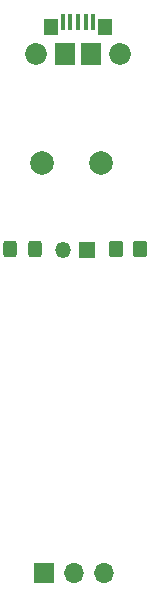
<source format=gbr>
%TF.GenerationSoftware,KiCad,Pcbnew,(6.0.2)*%
%TF.CreationDate,2022-03-27T19:08:05-04:00*%
%TF.ProjectId,Altimeter,416c7469-6d65-4746-9572-2e6b69636164,rev?*%
%TF.SameCoordinates,Original*%
%TF.FileFunction,Soldermask,Top*%
%TF.FilePolarity,Negative*%
%FSLAX46Y46*%
G04 Gerber Fmt 4.6, Leading zero omitted, Abs format (unit mm)*
G04 Created by KiCad (PCBNEW (6.0.2)) date 2022-03-27 19:08:05*
%MOMM*%
%LPD*%
G01*
G04 APERTURE LIST*
G04 Aperture macros list*
%AMRoundRect*
0 Rectangle with rounded corners*
0 $1 Rounding radius*
0 $2 $3 $4 $5 $6 $7 $8 $9 X,Y pos of 4 corners*
0 Add a 4 corners polygon primitive as box body*
4,1,4,$2,$3,$4,$5,$6,$7,$8,$9,$2,$3,0*
0 Add four circle primitives for the rounded corners*
1,1,$1+$1,$2,$3*
1,1,$1+$1,$4,$5*
1,1,$1+$1,$6,$7*
1,1,$1+$1,$8,$9*
0 Add four rect primitives between the rounded corners*
20,1,$1+$1,$2,$3,$4,$5,0*
20,1,$1+$1,$4,$5,$6,$7,0*
20,1,$1+$1,$6,$7,$8,$9,0*
20,1,$1+$1,$8,$9,$2,$3,0*%
G04 Aperture macros list end*
%ADD10R,0.400000X1.400000*%
%ADD11C,1.850000*%
%ADD12R,1.750000X1.900000*%
%ADD13R,1.150000X1.450000*%
%ADD14R,1.350000X1.350000*%
%ADD15O,1.350000X1.350000*%
%ADD16RoundRect,0.250000X0.325000X0.450000X-0.325000X0.450000X-0.325000X-0.450000X0.325000X-0.450000X0*%
%ADD17RoundRect,0.250000X-0.350000X-0.450000X0.350000X-0.450000X0.350000X0.450000X-0.350000X0.450000X0*%
%ADD18R,1.700000X1.700000*%
%ADD19O,1.700000X1.700000*%
%ADD20C,2.000000*%
G04 APERTURE END LIST*
D10*
%TO.C,J1*%
X37943000Y-25417000D03*
X38593000Y-25417000D03*
X39243000Y-25417000D03*
X39893000Y-25417000D03*
X40543000Y-25417000D03*
D11*
X35668000Y-28067000D03*
X42818000Y-28067000D03*
D12*
X38118000Y-28067000D03*
X40368000Y-28067000D03*
D13*
X36923000Y-25837000D03*
X41563000Y-25837000D03*
%TD*%
D14*
%TO.C,J2*%
X40005000Y-44704000D03*
D15*
X38005000Y-44704000D03*
%TD*%
D16*
%TO.C,D1*%
X35560000Y-44577000D03*
X33510000Y-44577000D03*
%TD*%
D17*
%TO.C,R5*%
X42450000Y-44577000D03*
X44450000Y-44577000D03*
%TD*%
D18*
%TO.C,J3*%
X36337000Y-72009000D03*
D19*
X38877000Y-72009000D03*
X41417000Y-72009000D03*
%TD*%
D20*
%TO.C,LS1*%
X41148000Y-37338000D03*
X36148000Y-37338000D03*
%TD*%
M02*

</source>
